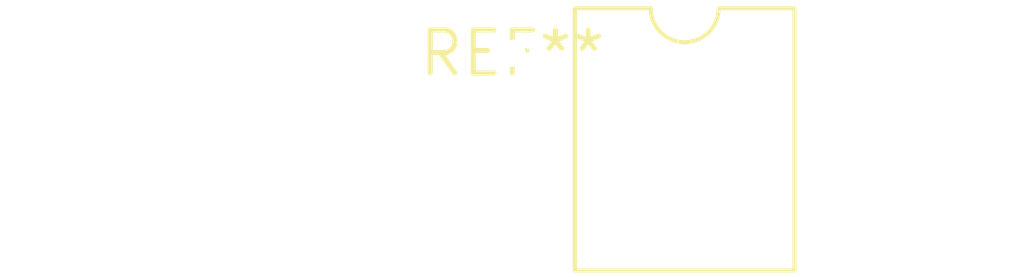
<source format=kicad_pcb>
(kicad_pcb (version 20240108) (generator pcbnew)
  (layers (0 "F.Cu" signal) (31 "B.Cu" signal) (34 "B.Paste" user) (35 "F.Paste" user) (36 "B.SilkS" user "B.Silkscreen") (37 "F.SilkS" user "F.Silkscreen") (38 "B.Mask" user) (39 "F.Mask" user) (44 "Edge.Cuts" user))
  (net 0 "")
  (footprint "DIP-5-6_W10.16mm_LongPads" (layer "F.Cu") (at 0 0)
    (property "Reference" "REF**")
    (property "Value" "DIP-5-6_W10.16mm_LongPads")
    (fp_line (start 1.845 -1.33) (end 1.845 6.41) (layer "F.SilkS") (stroke (width 0.12)))
    (fp_line (start 1.845 6.41) (end 8.315 6.41) (layer "F.SilkS") (stroke (width 0.12)))
    (fp_line (start 4.08 -1.33) (end 1.845 -1.33) (layer "F.SilkS") (stroke (width 0.12)))
    (fp_line (start 8.315 -1.33) (end 6.08 -1.33) (layer "F.SilkS") (stroke (width 0.12)))
    (fp_line (start 8.315 6.41) (end 8.315 -1.33) (layer "F.SilkS") (stroke (width 0.12)))
    (fp_arc (start 6.08 -1.33) (mid 5.08 -0.33) (end 4.08 -1.33) (layer "F.SilkS") (stroke (width 0.12)))
    (pad "1" thru_hole rect (at 0 0) (size 2.4 1.6) (drill 0.8) (layers *.Cu *.Mask) (remove_unused_layers))
    (pad "2" thru_hole oval (at 0 2.54) (size 2.4 1.6) (drill 0.8) (layers *.Cu *.Mask) (remove_unused_layers))
    (pad "3" thru_hole oval (at 0 5.08) (size 2.4 1.6) (drill 0.8) (layers *.Cu *.Mask) (remove_unused_layers))
    (pad "4" thru_hole oval (at 10.16 5.08) (size 2.4 1.6) (drill 0.8) (layers *.Cu *.Mask) (remove_unused_layers))
    (pad "6" thru_hole oval (at 10.16 0) (size 2.4 1.6) (drill 0.8) (layers *.Cu *.Mask) (remove_unused_layers))
  )
)
</source>
